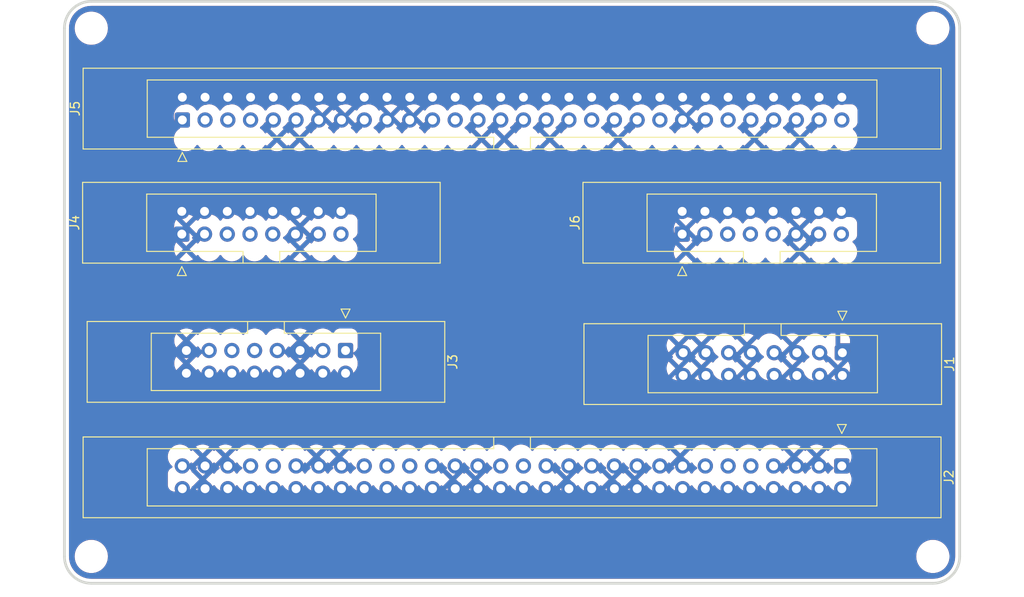
<source format=kicad_pcb>
(kicad_pcb (version 20211014) (generator pcbnew)
  (layers (0 "F.Cu" signal) (31 "B.Cu" signal) (34 "B.Paste" user) (35 "F.Paste" user) (36 "B.SilkS" user "B.Silkscreen") (37 "F.SilkS" user "F.Silkscreen") (38 "B.Mask" user) (39 "F.Mask" user) (44 "Edge.Cuts" user))
  (net 0 "")
  (net 13 "GND")
  (net 14 "/VOA_STEP_A+")
  (net 15 "/VOA_STEP_A-")
  (net 16 "/VOA_POT_MEAS")
  (net 17 "/VOA_STEP_B+")
  (net 18 "/VOA_STEP_B-")
  (net 19 "/VOA_POT_PWR")
  (net 20 "/MONITORD3")
  (net 21 "/PELTIER3+")
  (net 22 "/MONITORD2")
  (net 23 "/PELTIER2+")
  (net 25 "/PELTIER1-")
  (net 27 "/PELTIER1+")
  (net 29 "/PELTIER2-")
  (net 30 "/LASER2_TEMP")
  (net 31 "/LASER2_GND")
  (net 34 "/PELTIER3-")
  (net 35 "/LASER3_TEMP")
  (net 36 "/LASER3_GND")
  (net 39 "/MONITORD1")
  (net 41 "/LASER1_TEMP")
  (net 42 "/LASER1_GND")
  (net 48 "/LASER12_PWR")
  (net 49 "/LASER34_PWR")
  (net 50 "/MONITORD4")
  (net 51 "/LASER4_TEMP")
  (net 52 "/LASER4_GND")
  (net 53 "/PELTIER4-")
  (net 54 "/PELTIER4+")
  (net 55 "/PELTIER6-")
  (net 56 "/LASER6_TEMP")
  (net 57 "/LASER6_GND")
  (net 58 "/PELTIER5+")
  (net 66 "/PELTIER5-")
  (net 67 "/MONITORD6")
  (net 68 "/PELTIER6+")
  (net 72 "/LASER5_TEMP")
  (net 73 "/LASER5_GND")
  (net 82 "/MONITORD5")
  (net 86 "/LASER56_PWR")
  (footprint "MountingHole:MountingHole_2.7mm_M2.5" (layer "F.Cu") (at 208.200001 136)
    (fp_text reference "REF**" hide)
    (fp_text value "MountingHole_2.7mm_M2.5")
    (pad "" np_thru_hole circle locked (at 0 0) (size 2.7 2.7) (drill 2.7) (layers *.Cu *.Mask))
  )
  (footprint "Connector_IDC:IDC-Header_2x30_P2.54mm_Latch_Vertical" (layer "F.Cu") (at 198.030001 125.895 -90)
    (fp_text reference "J2" (at 1.27 -11.97 -90) (layer "F.SilkS"))
    (fp_text value "Conn_02x30_Counter_Clockwise")
    (fp_line (start -1.93 38.88) (end -1.93 38.88) (layer "F.SilkS") (width 0.12))
    (fp_line (start -3.24 84.74) (end -3.24 -11.08) (layer "F.SilkS") (width 0.12))
    (fp_line (start -1.93 38.88) (end -3.24 38.88) (layer "F.SilkS") (width 0.12))
    (fp_line (start 5.78 84.74) (end -3.24 84.74) (layer "F.SilkS") (width 0.12))
    (fp_line (start -3.24 -11.08) (end 5.78 -11.08) (layer "F.SilkS") (width 0.12))
    (fp_line (start 4.47 -3.92) (end 4.47 77.58) (layer "F.SilkS") (width 0.12))
    (fp_line (start 4.47 77.58) (end -1.93 77.58) (layer "F.SilkS") (width 0.12))
    (fp_line (start -4.63 -0.5) (end -4.63 0.5) (layer "F.SilkS") (width 0.12))
    (fp_line (start 5.78 -11.08) (end 5.78 84.74) (layer "F.SilkS") (width 0.12))
    (fp_line (start -3.63 0) (end -4.63 -0.5) (layer "F.SilkS") (width 0.12))
    (fp_line (start -4.63 0.5) (end -3.63 0) (layer "F.SilkS") (width 0.12))
    (fp_line (start -1.93 34.78) (end -1.93 -3.92) (layer "F.SilkS") (width 0.12))
    (fp_line (start -3.24 34.78) (end -1.93 34.78) (layer "F.SilkS") (width 0.12))
    (fp_line (start -1.93 -3.92) (end 4.47 -3.92) (layer "F.SilkS") (width 0.12))
    (fp_line (start -1.93 77.58) (end -1.93 38.88) (layer "F.SilkS") (width 0.12))
    (pad "1" thru_hole roundrect locked (at 0 0 270) (size 1.7 1.7) (drill 1) (layers *.Cu *.Mask) (roundrect_rratio 0.147059))
    (pad "2" thru_hole circle locked (at 2.54 0 270) (size 1.7 1.7) (drill 1) (layers *.Cu *.Mask))
    (pad "3" thru_hole circle locked (at 0 2.54 270) (size 1.7 1.7) (drill 1) (layers *.Cu *.Mask) (net 13 "GND"))
    (pad "4" thru_hole circle locked (at 2.54 2.54 270) (size 1.7 1.7) (drill 1) (layers *.Cu *.Mask) (net 13 "GND"))
    (pad "5" thru_hole circle locked (at 0 5.08 270) (size 1.7 1.7) (drill 1) (layers *.Cu *.Mask) (net 20 "/MONITORD3"))
    (pad "6" thru_hole circle locked (at 2.54 5.08 270) (size 1.7 1.7) (drill 1) (layers *.Cu *.Mask) (net 13 "GND"))
    (pad "7" thru_hole circle locked (at 0 7.62 270) (size 1.7 1.7) (drill 1) (layers *.Cu *.Mask) (net 21 "/PELTIER3+"))
    (pad "8" thru_hole circle locked (at 2.54 7.62 270) (size 1.7 1.7) (drill 1) (layers *.Cu *.Mask) (net 34 "/PELTIER3-"))
    (pad "9" thru_hole circle locked (at 0 10.16 270) (size 1.7 1.7) (drill 1) (layers *.Cu *.Mask))
    (pad "10" thru_hole circle locked (at 2.54 10.16 270) (size 1.7 1.7) (drill 1) (layers *.Cu *.Mask))
    (pad "11" thru_hole circle locked (at 0 12.7 270) (size 1.7 1.7) (drill 1) (layers *.Cu *.Mask))
    (pad "12" thru_hole circle locked (at 2.54 12.7 270) (size 1.7 1.7) (drill 1) (layers *.Cu *.Mask))
    (pad "13" thru_hole circle locked (at 0 15.24 270) (size 1.7 1.7) (drill 1) (layers *.Cu *.Mask))
    (pad "14" thru_hole circle locked (at 2.54 15.24 270) (size 1.7 1.7) (drill 1) (layers *.Cu *.Mask) (net 13 "GND"))
    (pad "15" thru_hole circle locked (at 0 17.78 270) (size 1.7 1.7) (drill 1) (layers *.Cu *.Mask) (net 22 "/MONITORD2"))
    (pad "16" thru_hole circle locked (at 2.54 17.78 270) (size 1.7 1.7) (drill 1) (layers *.Cu *.Mask) (net 13 "GND"))
    (pad "17" thru_hole circle locked (at 0 20.32 270) (size 1.7 1.7) (drill 1) (layers *.Cu *.Mask) (net 23 "/PELTIER2+"))
    (pad "18" thru_hole circle locked (at 2.54 20.32 270) (size 1.7 1.7) (drill 1) (layers *.Cu *.Mask) (net 29 "/PELTIER2-"))
    (pad "19" thru_hole circle locked (at 0 22.86 270) (size 1.7 1.7) (drill 1) (layers *.Cu *.Mask))
    (pad "20" thru_hole circle locked (at 2.54 22.86 270) (size 1.7 1.7) (drill 1) (layers *.Cu *.Mask) (net 18 "/VOA_STEP_B-"))
    (pad "21" thru_hole circle locked (at 0 25.4 270) (size 1.7 1.7) (drill 1) (layers *.Cu *.Mask) (net 17 "/VOA_STEP_B+"))
    (pad "22" thru_hole circle locked (at 2.54 25.4 270) (size 1.7 1.7) (drill 1) (layers *.Cu *.Mask) (net 15 "/VOA_STEP_A-"))
    (pad "23" thru_hole circle locked (at 0 27.94 270) (size 1.7 1.7) (drill 1) (layers *.Cu *.Mask) (net 14 "/VOA_STEP_A+"))
    (pad "24" thru_hole circle locked (at 2.54 27.94 270) (size 1.7 1.7) (drill 1) (layers *.Cu *.Mask))
    (pad "25" thru_hole circle locked (at 0 30.48 270) (size 1.7 1.7) (drill 1) (layers *.Cu *.Mask) (net 13 "GND"))
    (pad "26" thru_hole circle locked (at 2.54 30.48 270) (size 1.7 1.7) (drill 1) (layers *.Cu *.Mask) (net 39 "/MONITORD1"))
    (pad "27" thru_hole circle locked (at 0 33.02 270) (size 1.7 1.7) (drill 1) (layers *.Cu *.Mask) (net 13 "GND"))
    (pad "28" thru_hole circle locked (at 2.54 33.02 270) (size 1.7 1.7) (drill 1) (layers *.Cu *.Mask) (net 27 "/PELTIER1+"))
    (pad "29" thru_hole circle locked (at 0 35.56 270) (size 1.7 1.7) (drill 1) (layers *.Cu *.Mask) (net 25 "/PELTIER1-"))
    (pad "30" thru_hole circle locked (at 2.54 35.56 270) (size 1.7 1.7) (drill 1) (layers *.Cu *.Mask))
    (pad "31" thru_hole circle locked (at 0 38.1 270) (size 1.7 1.7) (drill 1) (layers *.Cu *.Mask))
    (pad "32" thru_hole circle locked (at 2.54 38.1 270) (size 1.7 1.7) (drill 1) (layers *.Cu *.Mask) (net 25 "/PELTIER1-"))
    (pad "33" thru_hole circle locked (at 0 40.64 270) (size 1.7 1.7) (drill 1) (layers *.Cu *.Mask) (net 27 "/PELTIER1+"))
    (pad "34" thru_hole circle locked (at 2.54 40.64 270) (size 1.7 1.7) (drill 1) (layers *.Cu *.Mask) (net 41 "/LASER1_TEMP"))
    (pad "35" thru_hole circle locked (at 0 43.18 270) (size 1.7 1.7) (drill 1) (layers *.Cu *.Mask) (net 13 "GND"))
    (pad "36" thru_hole circle locked (at 2.54 43.18 270) (size 1.7 1.7) (drill 1) (layers *.Cu *.Mask) (net 42 "/LASER1_GND"))
    (pad "37" thru_hole circle locked (at 0 45.72 270) (size 1.7 1.7) (drill 1) (layers *.Cu *.Mask))
    (pad "38" thru_hole circle locked (at 2.54 45.72 270) (size 1.7 1.7) (drill 1) (layers *.Cu *.Mask) (net 16 "/VOA_POT_MEAS"))
    (pad "39" thru_hole circle locked (at 0 48.26 270) (size 1.7 1.7) (drill 1) (layers *.Cu *.Mask) (net 13 "GND"))
    (pad "40" thru_hole circle locked (at 2.54 48.26 270) (size 1.7 1.7) (drill 1) (layers *.Cu *.Mask) (net 19 "/VOA_POT_PWR"))
    (pad "41" thru_hole circle locked (at 0 50.8 270) (size 1.7 1.7) (drill 1) (layers *.Cu *.Mask) (net 13 "GND"))
    (pad "42" thru_hole circle locked (at 2.54 50.8 270) (size 1.7 1.7) (drill 1) (layers *.Cu *.Mask))
    (pad "43" thru_hole circle locked (at 0 53.34 270) (size 1.7 1.7) (drill 1) (layers *.Cu *.Mask) (net 29 "/PELTIER2-"))
    (pad "44" thru_hole circle locked (at 2.54 53.34 270) (size 1.7 1.7) (drill 1) (layers *.Cu *.Mask) (net 23 "/PELTIER2+"))
    (pad "45" thru_hole circle locked (at 0 55.88 270) (size 1.7 1.7) (drill 1) (layers *.Cu *.Mask) (net 30 "/LASER2_TEMP"))
    (pad "46" thru_hole circle locked (at 2.54 55.88 270) (size 1.7 1.7) (drill 1) (layers *.Cu *.Mask) (net 13 "GND"))
    (pad "47" thru_hole circle locked (at 0 58.42 270) (size 1.7 1.7) (drill 1) (layers *.Cu *.Mask) (net 31 "/LASER2_GND"))
    (pad "48" thru_hole circle locked (at 2.54 58.42 270) (size 1.7 1.7) (drill 1) (layers *.Cu *.Mask))
    (pad "49" thru_hole circle locked (at 0 60.96 270) (size 1.7 1.7) (drill 1) (layers *.Cu *.Mask))
    (pad "50" thru_hole circle locked (at 2.54 60.96 270) (size 1.7 1.7) (drill 1) (layers *.Cu *.Mask))
    (pad "51" thru_hole circle locked (at 0 63.5 270) (size 1.7 1.7) (drill 1) (layers *.Cu *.Mask))
    (pad "52" thru_hole circle locked (at 2.54 63.5 270) (size 1.7 1.7) (drill 1) (layers *.Cu *.Mask))
    (pad "53" thru_hole circle locked (at 0 66.04 270) (size 1.7 1.7) (drill 1) (layers *.Cu *.Mask) (net 34 "/PELTIER3-"))
    (pad "54" thru_hole circle locked (at 2.54 66.04 270) (size 1.7 1.7) (drill 1) (layers *.Cu *.Mask) (net 21 "/PELTIER3+"))
    (pad "55" thru_hole circle locked (at 0 68.58 270) (size 1.7 1.7) (drill 1) (layers *.Cu *.Mask) (net 35 "/LASER3_TEMP"))
    (pad "56" thru_hole circle locked (at 2.54 68.58 270) (size 1.7 1.7) (drill 1) (layers *.Cu *.Mask) (net 13 "GND"))
    (pad "57" thru_hole circle locked (at 0 71.12 270) (size 1.7 1.7) (drill 1) (layers *.Cu *.Mask) (net 36 "/LASER3_GND"))
    (pad "58" thru_hole circle locked (at 2.54 71.12 270) (size 1.7 1.7) (drill 1) (layers *.Cu *.Mask) (net 13 "GND"))
    (pad "59" thru_hole circle locked (at 0 73.66 270) (size 1.7 1.7) (drill 1) (layers *.Cu *.Mask))
    (pad "60" thru_hole circle locked (at 2.54 73.66 270) (size 1.7 1.7) (drill 1) (layers *.Cu *.Mask))
  )
  (footprint "MountingHole:MountingHole_2.7mm_M2.5" (layer "F.Cu") (at 208.200001 77)
    (fp_text reference "REF**" hide)
    (fp_text value "MountingHole_2.7mm_M2.5")
    (pad "" np_thru_hole circle locked (at 0 0) (size 2.7 2.7) (drill 2.7) (layers *.Cu *.Mask))
  )
  (footprint "MountingHole:MountingHole_2.7mm_M2.5" (layer "F.Cu") (at 114.200001 136)
    (fp_text reference "REF**" hide)
    (fp_text value "MountingHole_2.7mm_M2.5")
    (pad "" np_thru_hole circle locked (at 0 0) (size 2.7 2.7) (drill 2.7) (layers *.Cu *.Mask))
  )
  (footprint "Connector_IDC:IDC-Header_2x08_P2.54mm_Latch_Vertical" (layer "F.Cu") (at 198.090001 113.2475 -90)
    (fp_text reference "J1" (at 1.27 -11.97 90) (layer "F.SilkS"))
    (fp_text value "Conn_02x08_Odd_Even")
    (fp_line (start -3.24 -11.08) (end 5.78 -11.08) (layer "F.SilkS") (width 0.12))
    (fp_line (start -4.63 0.5) (end -3.63 0) (layer "F.SilkS") (width 0.12))
    (fp_line (start 5.78 -11.08) (end 5.78 28.86) (layer "F.SilkS") (width 0.12))
    (fp_line (start -3.63 0) (end -4.63 -0.5) (layer "F.SilkS") (width 0.12))
    (fp_line (start -3.24 6.84) (end -1.93 6.84) (layer "F.SilkS") (width 0.12))
    (fp_line (start -1.93 21.7) (end -1.93 10.94) (layer "F.SilkS") (width 0.12))
    (fp_line (start -1.93 10.94) (end -1.93 10.94) (layer "F.SilkS") (width 0.12))
    (fp_line (start -1.93 6.84) (end -1.93 -3.92) (layer "F.SilkS") (width 0.12))
    (fp_line (start 4.47 -3.92) (end 4.47 21.7) (layer "F.SilkS") (width 0.12))
    (fp_line (start 4.47 21.7) (end -1.93 21.7) (layer "F.SilkS") (width 0.12))
    (fp_line (start -1.93 -3.92) (end 4.47 -3.92) (layer "F.SilkS") (width 0.12))
    (fp_line (start -1.93 10.94) (end -3.24 10.94) (layer "F.SilkS") (width 0.12))
    (fp_line (start -3.24 28.86) (end -3.24 -11.08) (layer "F.SilkS") (width 0.12))
    (fp_line (start -4.63 -0.5) (end -4.63 0.5) (layer "F.SilkS") (width 0.12))
    (fp_line (start 5.78 28.86) (end -3.24 28.86) (layer "F.SilkS") (width 0.12))
    (pad "1" thru_hole roundrect locked (at 0 0 270) (size 1.7 1.7) (drill 1) (layers *.Cu *.Mask) (roundrect_rratio 0.147059) (net 13 "GND"))
    (pad "2" thru_hole circle locked (at 2.54 0 270) (size 1.7 1.7) (drill 1) (layers *.Cu *.Mask) (net 13 "GND"))
    (pad "3" thru_hole circle locked (at 0 2.54 270) (size 1.7 1.7) (drill 1) (layers *.Cu *.Mask) (net 14 "/VOA_STEP_A+"))
    (pad "4" thru_hole circle locked (at 2.54 2.54 270) (size 1.7 1.7) (drill 1) (layers *.Cu *.Mask) (net 17 "/VOA_STEP_B+"))
    (pad "5" thru_hole circle locked (at 0 5.08 270) (size 1.7 1.7) (drill 1) (layers *.Cu *.Mask) (net 13 "GND"))
    (pad "6" thru_hole circle locked (at 2.54 5.08 270) (size 1.7 1.7) (drill 1) (layers *.Cu *.Mask) (net 13 "GND"))
    (pad "7" thru_hole circle locked (at 0 7.62 270) (size 1.7 1.7) (drill 1) (layers *.Cu *.Mask) (net 15 "/VOA_STEP_A-"))
    (pad "8" thru_hole circle locked (at 2.54 7.62 270) (size 1.7 1.7) (drill 1) (layers *.Cu *.Mask) (net 18 "/VOA_STEP_B-"))
    (pad "9" thru_hole circle locked (at 0 10.16 270) (size 1.7 1.7) (drill 1) (layers *.Cu *.Mask) (net 13 "GND"))
    (pad "10" thru_hole circle locked (at 2.54 10.16 270) (size 1.7 1.7) (drill 1) (layers *.Cu *.Mask) (net 13 "GND"))
    (pad "11" thru_hole circle locked (at 0 12.7 270) (size 1.7 1.7) (drill 1) (layers *.Cu *.Mask) (net 16 "/VOA_POT_MEAS"))
    (pad "12" thru_hole circle locked (at 2.54 12.7 270) (size 1.7 1.7) (drill 1) (layers *.Cu *.Mask) (net 19 "/VOA_POT_PWR"))
    (pad "13" thru_hole circle locked (at 0 15.24 270) (size 1.7 1.7) (drill 1) (layers *.Cu *.Mask) (net 13 "GND"))
    (pad "14" thru_hole circle locked (at 2.54 15.24 270) (size 1.7 1.7) (drill 1) (layers *.Cu *.Mask) (net 13 "GND"))
    (pad "15" thru_hole circle locked (at 0 17.78 270) (size 1.7 1.7) (drill 1) (layers *.Cu *.Mask) (net 13 "GND"))
    (pad "16" thru_hole circle locked (at 2.54 17.78 270) (size 1.7 1.7) (drill 1) (layers *.Cu *.Mask) (net 13 "GND"))
  )
  (footprint "Connector_IDC:IDC-Header_2x30_P2.54mm_Latch_Vertical" (layer "F.Cu") (at 124.370001 87.2525 90)
    (fp_text reference "J5" (at 1.27 -11.97 90) (layer "F.SilkS"))
    (fp_text value "Conn_02x30_Counter_Clockwise")
    (fp_line (start -1.93 77.58) (end -1.93 38.88) (layer "F.SilkS") (width 0.12))
    (fp_line (start -1.93 38.88) (end -1.93 38.88) (layer "F.SilkS") (width 0.12))
    (fp_line (start -1.93 -3.92) (end 4.47 -3.92) (layer "F.SilkS") (width 0.12))
    (fp_line (start -3.24 84.74) (end -3.24 -11.08) (layer "F.SilkS") (width 0.12))
    (fp_line (start -3.24 -11.08) (end 5.78 -11.08) (layer "F.SilkS") (width 0.12))
    (fp_line (start 5.78 84.74) (end -3.24 84.74) (layer "F.SilkS") (width 0.12))
    (fp_line (start -3.24 34.78) (end -1.93 34.78) (layer "F.SilkS") (width 0.12))
    (fp_line (start 4.47 -3.92) (end 4.47 77.58) (layer "F.SilkS") (width 0.12))
    (fp_line (start 5.78 -11.08) (end 5.78 84.74) (layer "F.SilkS") (width 0.12))
    (fp_line (start -3.63 0) (end -4.63 -0.5) (layer "F.SilkS") (width 0.12))
    (fp_line (start 4.47 77.58) (end -1.93 77.58) (layer "F.SilkS") (width 0.12))
    (fp_line (start -4.63 0.5) (end -3.63 0) (layer "F.SilkS") (width 0.12))
    (fp_line (start -1.93 34.78) (end -1.93 -3.92) (layer "F.SilkS") (width 0.12))
    (fp_line (start -4.63 -0.5) (end -4.63 0.5) (layer "F.SilkS") (width 0.12))
    (fp_line (start -1.93 38.88) (end -3.24 38.88) (layer "F.SilkS") (width 0.12))
    (pad "1" thru_hole roundrect locked (at 0 0 90) (size 1.7 1.7) (drill 1) (layers *.Cu *.Mask) (roundrect_rratio 0.147059))
    (pad "2" thru_hole circle locked (at 2.54 0 90) (size 1.7 1.7) (drill 1) (layers *.Cu *.Mask))
    (pad "3" thru_hole circle locked (at 0 2.54 90) (size 1.7 1.7) (drill 1) (layers *.Cu *.Mask))
    (pad "4" thru_hole circle locked (at 2.54 2.54 90) (size 1.7 1.7) (drill 1) (layers *.Cu *.Mask))
    (pad "5" thru_hole circle locked (at 0 5.08 90) (size 1.7 1.7) (drill 1) (layers *.Cu *.Mask))
    (pad "6" thru_hole circle locked (at 2.54 5.08 90) (size 1.7 1.7) (drill 1) (layers *.Cu *.Mask) (net 13 "GND"))
    (pad "7" thru_hole circle locked (at 0 7.62 90) (size 1.7 1.7) (drill 1) (layers *.Cu *.Mask) (net 55 "/PELTIER6-"))
    (pad "8" thru_hole circle locked (at 2.54 7.62 90) (size 1.7 1.7) (drill 1) (layers *.Cu *.Mask) (net 68 "/PELTIER6+"))
    (pad "9" thru_hole circle locked (at 0 10.16 90) (size 1.7 1.7) (drill 1) (layers *.Cu *.Mask) (net 56 "/LASER6_TEMP"))
    (pad "10" thru_hole circle locked (at 2.54 10.16 90) (size 1.7 1.7) (drill 1) (layers *.Cu *.Mask) (net 13 "GND"))
    (pad "11" thru_hole circle locked (at 0 12.7 90) (size 1.7 1.7) (drill 1) (layers *.Cu *.Mask) (net 57 "/LASER6_GND"))
    (pad "12" thru_hole circle locked (at 2.54 12.7 90) (size 1.7 1.7) (drill 1) (layers *.Cu *.Mask) (net 66 "/PELTIER5-"))
    (pad "13" thru_hole circle locked (at 0 15.24 90) (size 1.7 1.7) (drill 1) (layers *.Cu *.Mask) (net 58 "/PELTIER5+"))
    (pad "14" thru_hole circle locked (at 2.54 15.24 90) (size 1.7 1.7) (drill 1) (layers *.Cu *.Mask) (net 72 "/LASER5_TEMP"))
    (pad "15" thru_hole circle locked (at 0 17.78 90) (size 1.7 1.7) (drill 1) (layers *.Cu *.Mask) (net 13 "GND"))
    (pad "16" thru_hole circle locked (at 2.54 17.78 90) (size 1.7 1.7) (drill 1) (layers *.Cu *.Mask) (net 73 "/LASER5_GND"))
    (pad "17" thru_hole circle locked (at 0 20.32 90) (size 1.7 1.7) (drill 1) (layers *.Cu *.Mask))
    (pad "18" thru_hole circle locked (at 2.54 20.32 90) (size 1.7 1.7) (drill 1) (layers *.Cu *.Mask))
    (pad "19" thru_hole circle locked (at 0 22.86 90) (size 1.7 1.7) (drill 1) (layers *.Cu *.Mask))
    (pad "20" thru_hole circle locked (at 2.54 22.86 90) (size 1.7 1.7) (drill 1) (layers *.Cu *.Mask))
    (pad "21" thru_hole circle locked (at 0 25.4 90) (size 1.7 1.7) (drill 1) (layers *.Cu *.Mask))
    (pad "22" thru_hole circle locked (at 2.54 25.4 90) (size 1.7 1.7) (drill 1) (layers *.Cu *.Mask) (net 13 "GND"))
    (pad "23" thru_hole circle locked (at 0 27.94 90) (size 1.7 1.7) (drill 1) (layers *.Cu *.Mask))
    (pad "24" thru_hole circle locked (at 2.54 27.94 90) (size 1.7 1.7) (drill 1) (layers *.Cu *.Mask))
    (pad "25" thru_hole circle locked (at 0 30.48 90) (size 1.7 1.7) (drill 1) (layers *.Cu *.Mask) (net 53 "/PELTIER4-"))
    (pad "26" thru_hole circle locked (at 2.54 30.48 90) (size 1.7 1.7) (drill 1) (layers *.Cu *.Mask) (net 54 "/PELTIER4+"))
    (pad "27" thru_hole circle locked (at 0 33.02 90) (size 1.7 1.7) (drill 1) (layers *.Cu *.Mask) (net 51 "/LASER4_TEMP"))
    (pad "28" thru_hole circle locked (at 2.54 33.02 90) (size 1.7 1.7) (drill 1) (layers *.Cu *.Mask) (net 13 "GND"))
    (pad "29" thru_hole circle locked (at 0 35.56 90) (size 1.7 1.7) (drill 1) (layers *.Cu *.Mask) (net 52 "/LASER4_GND"))
    (pad "30" thru_hole circle locked (at 2.54 35.56 90) (size 1.7 1.7) (drill 1) (layers *.Cu *.Mask))
    (pad "31" thru_hole circle locked (at 0 38.1 90) (size 1.7 1.7) (drill 1) (layers *.Cu *.Mask))
    (pad "32" thru_hole circle locked (at 2.54 38.1 90) (size 1.7 1.7) (drill 1) (layers *.Cu *.Mask) (net 13 "GND"))
    (pad "33" thru_hole circle locked (at 0 40.64 90) (size 1.7 1.7) (drill 1) (layers *.Cu *.Mask) (net 50 "/MONITORD4"))
    (pad "34" thru_hole circle locked (at 2.54 40.64 90) (size 1.7 1.7) (drill 1) (layers *.Cu *.Mask) (net 13 "GND"))
    (pad "35" thru_hole circle locked (at 0 43.18 90) (size 1.7 1.7) (drill 1) (layers *.Cu *.Mask) (net 54 "/PELTIER4+"))
    (pad "36" thru_hole circle locked (at 2.54 43.18 90) (size 1.7 1.7) (drill 1) (layers *.Cu *.Mask) (net 53 "/PELTIER4-"))
    (pad "37" thru_hole circle locked (at 0 45.72 90) (size 1.7 1.7) (drill 1) (layers *.Cu *.Mask))
    (pad "38" thru_hole circle locked (at 2.54 45.72 90) (size 1.7 1.7) (drill 1) (layers *.Cu *.Mask))
    (pad "39" thru_hole circle locked (at 0 48.26 90) (size 1.7 1.7) (drill 1) (layers *.Cu *.Mask) (net 13 "GND"))
    (pad "40" thru_hole circle locked (at 2.54 48.26 90) (size 1.7 1.7) (drill 1) (layers *.Cu *.Mask))
    (pad "41" thru_hole circle locked (at 0 50.8 90) (size 1.7 1.7) (drill 1) (layers *.Cu *.Mask) (net 13 "GND"))
    (pad "42" thru_hole circle locked (at 2.54 50.8 90) (size 1.7 1.7) (drill 1) (layers *.Cu *.Mask))
    (pad "43" thru_hole circle locked (at 0 53.34 90) (size 1.7 1.7) (drill 1) (layers *.Cu *.Mask))
    (pad "44" thru_hole circle locked (at 2.54 53.34 90) (size 1.7 1.7) (drill 1) (layers *.Cu *.Mask))
    (pad "45" thru_hole circle locked (at 0 55.88 90) (size 1.7 1.7) (drill 1) (layers *.Cu *.Mask) (net 13 "GND"))
    (pad "46" thru_hole circle locked (at 2.54 55.88 90) (size 1.7 1.7) (drill 1) (layers *.Cu *.Mask) (net 82 "/MONITORD5"))
    (pad "47" thru_hole circle locked (at 0 58.42 90) (size 1.7 1.7) (drill 1) (layers *.Cu *.Mask) (net 13 "GND"))
    (pad "48" thru_hole circle locked (at 2.54 58.42 90) (size 1.7 1.7) (drill 1) (layers *.Cu *.Mask) (net 58 "/PELTIER5+"))
    (pad "49" thru_hole circle locked (at 0 60.96 90) (size 1.7 1.7) (drill 1) (layers *.Cu *.Mask) (net 66 "/PELTIER5-"))
    (pad "50" thru_hole circle locked (at 2.54 60.96 90) (size 1.7 1.7) (drill 1) (layers *.Cu *.Mask) (net 13 "GND"))
    (pad "51" thru_hole circle locked (at 0 63.5 90) (size 1.7 1.7) (drill 1) (layers *.Cu *.Mask) (net 67 "/MONITORD6"))
    (pad "52" thru_hole circle locked (at 2.54 63.5 90) (size 1.7 1.7) (drill 1) (layers *.Cu *.Mask) (net 13 "GND"))
    (pad "53" thru_hole circle locked (at 0 66.04 90) (size 1.7 1.7) (drill 1) (layers *.Cu *.Mask) (net 68 "/PELTIER6+"))
    (pad "54" thru_hole circle locked (at 2.54 66.04 90) (size 1.7 1.7) (drill 1) (layers *.Cu *.Mask) (net 55 "/PELTIER6-"))
    (pad "55" thru_hole circle locked (at 0 68.58 90) (size 1.7 1.7) (drill 1) (layers *.Cu *.Mask))
    (pad "56" thru_hole circle locked (at 2.54 68.58 90) (size 1.7 1.7) (drill 1) (layers *.Cu *.Mask))
    (pad "57" thru_hole circle locked (at 0 71.12 90) (size 1.7 1.7) (drill 1) (layers *.Cu *.Mask))
    (pad "58" thru_hole circle locked (at 2.54 71.12 90) (size 1.7 1.7) (drill 1) (layers *.Cu *.Mask))
    (pad "59" thru_hole circle locked (at 0 73.66 90) (size 1.7 1.7) (drill 1) (layers *.Cu *.Mask))
    (pad "60" thru_hole circle locked (at 2.54 73.66 90) (size 1.7 1.7) (drill 1) (layers *.Cu *.Mask))
  )
  (footprint "Connector_IDC:IDC-Header_2x08_P2.54mm_Latch_Vertical" (layer "F.Cu") (at 124.310001 100 90)
    (fp_text reference "J4" (at 1.27 -11.97 90) (layer "F.SilkS"))
    (fp_text value "Conn_02x08_Odd_Even")
    (fp_line (start 5.78 -11.08) (end 5.78 28.86) (layer "F.SilkS") (width 0.12))
    (fp_line (start -3.24 -11.08) (end 5.78 -11.08) (layer "F.SilkS") (width 0.12))
    (fp_line (start -3.24 6.84) (end -1.93 6.84) (layer "F.SilkS") (width 0.12))
    (fp_line (start -4.63 -0.5) (end -4.63 0.5) (layer "F.SilkS") (width 0.12))
    (fp_line (start -1.93 -3.92) (end 4.47 -3.92) (layer "F.SilkS") (width 0.12))
    (fp_line (start -1.93 21.7) (end -1.93 10.94) (layer "F.SilkS") (width 0.12))
    (fp_line (start 5.78 28.86) (end -3.24 28.86) (layer "F.SilkS") (width 0.12))
    (fp_line (start -1.93 10.94) (end -3.24 10.94) (layer "F.SilkS") (width 0.12))
    (fp_line (start -3.63 0) (end -4.63 -0.5) (layer "F.SilkS") (width 0.12))
    (fp_line (start 4.47 -3.92) (end 4.47 21.7) (layer "F.SilkS") (width 0.12))
    (fp_line (start -1.93 6.84) (end -1.93 -3.92) (layer "F.SilkS") (width 0.12))
    (fp_line (start -1.93 10.94) (end -1.93 10.94) (layer "F.SilkS") (width 0.12))
    (fp_line (start -4.63 0.5) (end -3.63 0) (layer "F.SilkS") (width 0.12))
    (fp_line (start 4.47 21.7) (end -1.93 21.7) (layer "F.SilkS") (width 0.12))
    (fp_line (start -3.24 28.86) (end -3.24 -11.08) (layer "F.SilkS") (width 0.12))
    (pad "1" thru_hole roundrect locked (at 0 0 90) (size 1.7 1.7) (drill 1) (layers *.Cu *.Mask) (roundrect_rratio 0.147059) (net 49 "/LASER34_PWR"))
    (pad "2" thru_hole circle locked (at 2.54 0 90) (size 1.7 1.7) (drill 1) (layers *.Cu *.Mask) (net 49 "/LASER34_PWR"))
    (pad "3" thru_hole circle locked (at 0 2.54 90) (size 1.7 1.7) (drill 1) (layers *.Cu *.Mask) (net 20 "/MONITORD3"))
    (pad "4" thru_hole circle locked (at 2.54 2.54 90) (size 1.7 1.7) (drill 1) (layers *.Cu *.Mask) (net 50 "/MONITORD4"))
    (pad "5" thru_hole circle locked (at 0 5.08 90) (size 1.7 1.7) (drill 1) (layers *.Cu *.Mask) (net 13 "GND"))
    (pad "6" thru_hole circle locked (at 2.54 5.08 90) (size 1.7 1.7) (drill 1) (layers *.Cu *.Mask) (net 13 "GND"))
    (pad "7" thru_hole circle locked (at 0 7.62 90) (size 1.7 1.7) (drill 1) (layers *.Cu *.Mask) (net 35 "/LASER3_TEMP"))
    (pad "8" thru_hole circle locked (at 2.54 7.62 90) (size 1.7 1.7) (drill 1) (layers *.Cu *.Mask) (net 51 "/LASER4_TEMP"))
    (pad "9" thru_hole circle locked (at 0 10.16 90) (size 1.7 1.7) (drill 1) (layers *.Cu *.Mask) (net 36 "/LASER3_GND"))
    (pad "10" thru_hole circle locked (at 2.54 10.16 90) (size 1.7 1.7) (drill 1) (layers *.Cu *.Mask) (net 52 "/LASER4_GND"))
    (pad "11" thru_hole circle locked (at 0 12.7 90) (size 1.7 1.7) (drill 1) (layers *.Cu *.Mask) (net 34 "/PELTIER3-"))
    (pad "12" thru_hole circle locked (at 2.54 12.7 90) (size 1.7 1.7) (drill 1) (layers *.Cu *.Mask) (net 53 "/PELTIER4-"))
    (pad "13" thru_hole circle locked (at 0 15.24 90) (size 1.7 1.7) (drill 1) (layers *.Cu *.Mask) (net 21 "/PELTIER3+"))
    (pad "14" thru_hole circle locked (at 2.54 15.24 90) (size 1.7 1.7) (drill 1) (layers *.Cu *.Mask) (net 54 "/PELTIER4+"))
    (pad "15" thru_hole circle locked (at 0 17.78 90) (size 1.7 1.7) (drill 1) (layers *.Cu *.Mask) (net 13 "GND"))
    (pad "16" thru_hole circle locked (at 2.54 17.78 90) (size 1.7 1.7) (drill 1) (layers *.Cu *.Mask) (net 13 "GND"))
  )
  (footprint "Connector_IDC:IDC-Header_2x08_P2.54mm_Latch_Vertical" (layer "F.Cu") (at 180.200001 100 90)
    (fp_text reference "J6" (at 1.27 -11.97 90) (layer "F.SilkS"))
    (fp_text value "Conn_02x08_Odd_Even")
    (fp_line (start -4.63 -0.5) (end -4.63 0.5) (layer "F.SilkS") (width 0.12))
    (fp_line (start -4.63 0.5) (end -3.63 0) (layer "F.SilkS") (width 0.12))
    (fp_line (start 4.47 21.7) (end -1.93 21.7) (layer "F.SilkS") (width 0.12))
    (fp_line (start -1.93 6.84) (end -1.93 -3.92) (layer "F.SilkS") (width 0.12))
    (fp_line (start 5.78 -11.08) (end 5.78 28.86) (layer "F.SilkS") (width 0.12))
    (fp_line (start -3.63 0) (end -4.63 -0.5) (layer "F.SilkS") (width 0.12))
    (fp_line (start -3.24 -11.08) (end 5.78 -11.08) (layer "F.SilkS") (width 0.12))
    (fp_line (start -1.93 10.94) (end -1.93 10.94) (layer "F.SilkS") (width 0.12))
    (fp_line (start -1.93 21.7) (end -1.93 10.94) (layer "F.SilkS") (width 0.12))
    (fp_line (start -1.93 10.94) (end -3.24 10.94) (layer "F.SilkS") (width 0.12))
    (fp_line (start -3.24 6.84) (end -1.93 6.84) (layer "F.SilkS") (width 0.12))
    (fp_line (start -3.24 28.86) (end -3.24 -11.08) (layer "F.SilkS") (width 0.12))
    (fp_line (start 5.78 28.86) (end -3.24 28.86) (layer "F.SilkS") (width 0.12))
    (fp_line (start 4.47 -3.92) (end 4.47 21.7) (layer "F.SilkS") (width 0.12))
    (fp_line (start -1.93 -3.92) (end 4.47 -3.92) (layer "F.SilkS") (width 0.12))
    (pad "1" thru_hole roundrect locked (at 0 0 90) (size 1.7 1.7) (drill 1) (layers *.Cu *.Mask) (roundrect_rratio 0.147059) (net 86 "/LASER56_PWR"))
    (pad "2" thru_hole circle locked (at 2.54 0 90) (size 1.7 1.7) (drill 1) (layers *.Cu *.Mask) (net 86 "/LASER56_PWR"))
    (pad "3" thru_hole circle locked (at 0 2.54 90) (size 1.7 1.7) (drill 1) (layers *.Cu *.Mask) (net 82 "/MONITORD5"))
    (pad "4" thru_hole circle locked (at 2.54 2.54 90) (size 1.7 1.7) (drill 1) (layers *.Cu *.Mask) (net 67 "/MONITORD6"))
    (pad "5" thru_hole circle locked (at 0 5.08 90) (size 1.7 1.7) (drill 1) (layers *.Cu *.Mask) (net 13 "GND"))
    (pad "6" thru_hole circle locked (at 2.54 5.08 90) (size 1.7 1.7) (drill 1) (layers *.Cu *.Mask) (net 13 "GND"))
    (pad "7" thru_hole circle locked (at 0 7.62 90) (size 1.7 1.7) (drill 1) (layers *.Cu *.Mask) (net 72 "/LASER5_TEMP"))
    (pad "8" thru_hole circle locked (at 2.54 7.62 90) (size 1.7 1.7) (drill 1) (layers *.Cu *.Mask) (net 56 "/LASER6_TEMP"))
    (pad "9" thru_hole circle locked (at 0 10.16 90) (size 1.7 1.7) (drill 1) (layers *.Cu *.Mask) (net 73 "/LASER5_GND"))
    (pad "10" thru_hole circle locked (at 2.54 10.16 90) (size 1.7 1.7) (drill 1) (layers *.Cu *.Mask) (net 57 "/LASER6_GND"))
    (pad "11" thru_hole circle locked (at 0 12.7 90) (size 1.7 1.7) (drill 1) (layers *.Cu *.Mask) (net 66 "/PELTIER5-"))
    (pad "12" thru_hole circle locked (at 2.54 12.7 90) (size 1.7 1.7) (drill 1) (layers *.Cu *.Mask) (net 55 "/PELTIER6-"))
    (pad "13" thru_hole circle locked (at 0 15.24 90) (size 1.7 1.7) (drill 1) (layers *.Cu *.Mask) (net 58 "/PELTIER5+"))
    (pad "14" thru_hole circle locked (at 2.54 15.24 90) (size 1.7 1.7) (drill 1) (layers *.Cu *.Mask) (net 68 "/PELTIER6+"))
    (pad "15" thru_hole circle locked (at 0 17.78 90) (size 1.7 1.7) (drill 1) (layers *.Cu *.Mask) (net 13 "GND"))
    (pad "16" thru_hole circle locked (at 2.54 17.78 90) (size 1.7 1.7) (drill 1) (layers *.Cu *.Mask) (net 13 "GND"))
  )
  (footprint "MountingHole:MountingHole_2.7mm_M2.5" (layer "F.Cu") (at 114.200001 77)
    (fp_text reference "REF**" hide)
    (fp_text value "MountingHole_2.7mm_M2.5")
    (pad "" np_thru_hole circle locked (at 0 0) (size 2.7 2.7) (drill 2.7) (layers *.Cu *.Mask))
  )
  (footprint "Connector_IDC:IDC-Header_2x08_P2.54mm_Latch_Vertical" (layer "F.Cu") (at 142.600001 113 -90)
    (fp_text reference "J3" (at 1.27 -11.97 90) (layer "F.SilkS"))
    (fp_text value "Conn_02x08_Odd_Even")
    (fp_line (start -1.93 6.84) (end -1.93 -3.92) (layer "F.SilkS") (width 0.12))
    (fp_line (start 4.47 21.7) (end -1.93 21.7) (layer "F.SilkS") (width 0.12))
    (fp_line (start -1.93 10.94) (end -1.93 10.94) (layer "F.SilkS") (width 0.12))
    (fp_line (start -1.93 10.94) (end -3.24 10.94) (layer "F.SilkS") (width 0.12))
    (fp_line (start -3.24 6.84) (end -1.93 6.84) (layer "F.SilkS") (width 0.12))
    (fp_line (start -4.63 -0.5) (end -4.63 0.5) (layer "F.SilkS") (width 0.12))
    (fp_line (start 4.47 -3.92) (end 4.47 21.7) (layer "F.SilkS") (width 0.12))
    (fp_line (start 5.78 28.86) (end -3.24 28.86) (layer "F.SilkS") (width 0.12))
    (fp_line (start 5.78 -11.08) (end 5.78 28.86) (layer "F.SilkS") (width 0.12))
    (fp_line (start -3.24 -11.08) (end 5.78 -11.08) (layer "F.SilkS") (width 0.12))
    (fp_line (start -1.93 21.7) (end -1.93 10.94) (layer "F.SilkS") (width 0.12))
    (fp_line (start -4.63 0.5) (end -3.63 0) (layer "F.SilkS") (width 0.12))
    (fp_line (start -3.63 0) (end -4.63 -0.5) (layer "F.SilkS") (width 0.12))
    (fp_line (start -3.24 28.86) (end -3.24 -11.08) (layer "F.SilkS") (width 0.12))
    (fp_line (start -1.93 -3.92) (end 4.47 -3.92) (layer "F.SilkS") (width 0.12))
    (pad "1" thru_hole roundrect locked (at 0 0 270) (size 1.7 1.7) (drill 1) (layers *.Cu *.Mask) (roundrect_rratio 0.147059) (net 48 "/LASER12_PWR"))
    (pad "2" thru_hole circle locked (at 2.54 0 270) (size 1.7 1.7) (drill 1) (layers *.Cu *.Mask) (net 48 "/LASER12_PWR"))
    (pad "3" thru_hole circle locked (at 0 2.54 270) (size 1.7 1.7) (drill 1) (layers *.Cu *.Mask) (net 39 "/MONITORD1"))
    (pad "4" thru_hole circle locked (at 2.54 2.54 270) (size 1.7 1.7) (drill 1) (layers *.Cu *.Mask) (net 22 "/MONITORD2"))
    (pad "5" thru_hole circle locked (at 0 5.08 270) (size 1.7 1.7) (drill 1) (layers *.Cu *.Mask) (net 13 "GND"))
    (pad "6" thru_hole circle locked (at 2.54 5.08 270) (size 1.7 1.7) (drill 1) (layers *.Cu *.Mask) (net 13 "GND"))
    (pad "7" thru_hole circle locked (at 0 7.62 270) (size 1.7 1.7) (drill 1) (layers *.Cu *.Mask) (net 41 "/LASER1_TEMP"))
    (pad "8" thru_hole circle locked (at 2.54 7.62 270) (size 1.7 1.7) (drill 1) (layers *.Cu *.Mask) (net 30 "/LASER2_TEMP"))
    (pad "9" thru_hole circle locked (at 0 10.16 270) (size 1.7 1.7) (drill 1) (layers *.Cu *.Mask) (net 42 "/LASER1_GND"))
    (pad "10" thru_hole circle locked (at 2.54 10.16 270) (size 1.7 1.7) (drill 1) (layers *.Cu *.Mask) (net 31 "/LASER2_GND"))
    (pad "11" thru_hole circle locked (at 0 12.7 270) (size 1.7 1.7) (drill 1) (layers *.Cu *.Mask) (net 25 "/PELTIER1-"))
    (pad "12" thru_hole circle locked (at 2.54 12.7 270) (size 1.7 1.7) (drill 1) (layers *.Cu *.Mask) (net 29 "/PELTIER2-"))
    (pad "13" thru_hole circle locked (at 0 15.24 270) (size 1.7 1.7) (drill 1) (layers *.Cu *.Mask) (net 27 "/PELTIER1+"))
    (pad "14" thru_hole circle locked (at 2.54 15.24 270) (size 1.7 1.7) (drill 1) (layers *.Cu *.Mask) (net 23 "/PELTIER2+"))
    (pad "15" thru_hole circle locked (at 0 17.78 270) (size 1.7 1.7) (drill 1) (layers *.Cu *.Mask) (net 13 "GND"))
    (pad "16" thru_hole circle locked (at 2.54 17.78 270) (size 1.7 1.7) (drill 1) (layers *.Cu *.Mask) (net 13 "GND"))
  )
  (gr_arc (start 111.200001 77) (mid 112.078681 74.87868) (end 114.200001 74) (layer "Edge.Cuts") (width 0.3))
  (gr_arc (start 208.200001 74) (mid 210.321321 74.87868) (end 211.200001 77) (layer "Edge.Cuts") (width 0.3))
  (gr_arc (start 211.200001 136) (mid 210.321321 138.12132) (end 208.200001 139) (layer "Edge.Cuts") (width 0.3))
  (gr_line (start 211.200001 77) (end 211.200001 136) (layer "Edge.Cuts") (width 0.3))
  (gr_line (start 111.200001 77) (end 111.200001 136) (layer "Edge.Cuts") (width 0.3))
  (gr_arc (start 114.200001 139) (mid 112.078681 138.12132) (end 111.200001 136) (layer "Edge.Cuts") (width 0.3))
  (gr_line (start 114.200001 139) (end 208.200001 139) (layer "Edge.Cuts") (width 0.3))
  (gr_line (start 114.200001 74) (end 208.200001 74) (layer "Edge.Cuts") (width 0.3))
  (zone (net 13) (net_name "GND") (layers F&B.Cu) (connect_pads (clearance 0.508)) (min_thickness 0.254) (fill yes (thermal_gap 0.508) (thermal_bridge_width 0.508))
    (polygon (pts (xy 211.200001 139) (xy 111.200001 139) (xy 111.200001 106.5) (xy 111.200001 74) (xy 211.200001 74)))
  )
)
</source>
